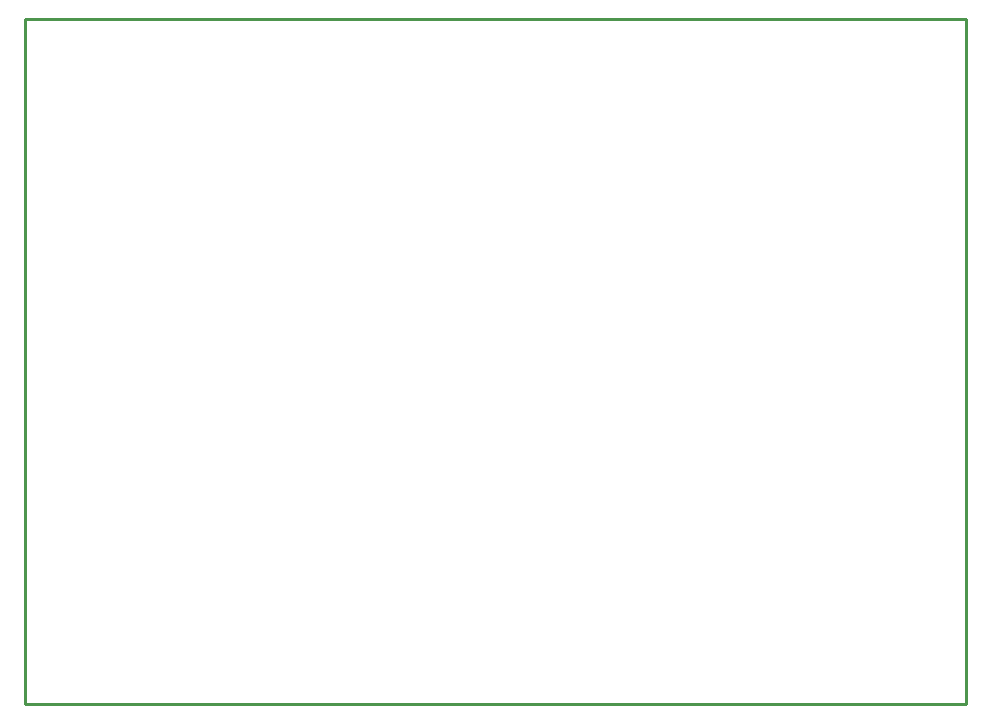
<source format=gko>
G04 Layer_Color=16711935*
%FSLAX24Y24*%
%MOIN*%
G70*
G01*
G75*
%ADD31C,0.0100*%
D31*
X38632Y32854D02*
X70010D01*
X38632Y10000D02*
Y32854D01*
Y10000D02*
X70000D01*
X70010Y10010D02*
Y32854D01*
X70000Y10000D02*
X70010Y10010D01*
M02*

</source>
